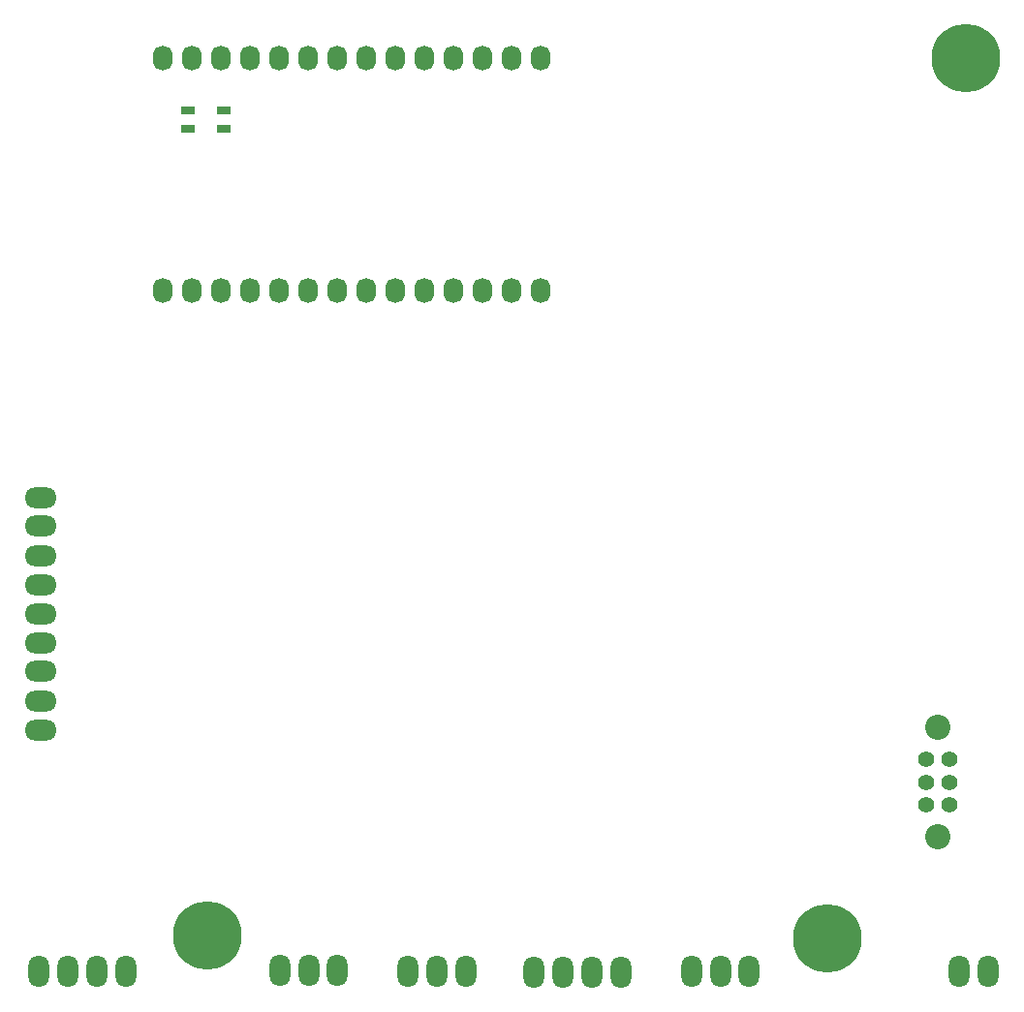
<source format=gbs>
G04*
G04 #@! TF.GenerationSoftware,Altium Limited,Altium Designer,21.0.9 (235)*
G04*
G04 Layer_Color=16711935*
%FSLAX44Y44*%
%MOMM*%
G71*
G04*
G04 #@! TF.SameCoordinates,736B1018-3895-43CE-9238-027F92C9441B*
G04*
G04*
G04 #@! TF.FilePolarity,Negative*
G04*
G01*
G75*
%ADD28R,1.1532X0.8032*%
%ADD40O,1.7032X2.2032*%
%ADD41O,2.8032X1.8032*%
%ADD42C,1.4032*%
%ADD43C,2.2032*%
%ADD44O,1.8032X2.8032*%
%ADD45C,6.0000*%
D28*
X170688Y784732D02*
D03*
Y768732D02*
D03*
X201507Y784732D02*
D03*
Y768732D02*
D03*
D40*
X148600Y830650D02*
D03*
X174000D02*
D03*
X199400D02*
D03*
X224800D02*
D03*
X250200D02*
D03*
X275600D02*
D03*
X301000D02*
D03*
X326400D02*
D03*
X351800D02*
D03*
X377200D02*
D03*
X402600D02*
D03*
X428000D02*
D03*
X453400D02*
D03*
D03*
X148600Y627150D02*
D03*
X174000D02*
D03*
X199400D02*
D03*
X224800D02*
D03*
X250200D02*
D03*
X275600D02*
D03*
X301000D02*
D03*
X326400D02*
D03*
X351800D02*
D03*
X377200D02*
D03*
X402600D02*
D03*
X428000D02*
D03*
X453400D02*
D03*
X478800D02*
D03*
Y830650D02*
D03*
D41*
X41402Y243078D02*
D03*
Y319278D02*
D03*
Y294278D02*
D03*
Y268478D02*
D03*
Y395478D02*
D03*
Y421278D02*
D03*
Y446278D02*
D03*
Y370078D02*
D03*
Y344678D02*
D03*
D42*
X835500Y177250D02*
D03*
Y197250D02*
D03*
Y217250D02*
D03*
X815500Y177250D02*
D03*
Y197250D02*
D03*
Y217250D02*
D03*
D43*
X825500Y149250D02*
D03*
Y245250D02*
D03*
D44*
X844650Y32250D02*
D03*
X869650D02*
D03*
X40352Y32000D02*
D03*
X65752D02*
D03*
X116152D02*
D03*
X91152D02*
D03*
X300777Y32500D02*
D03*
X275777D02*
D03*
X250377D02*
D03*
X413250Y32250D02*
D03*
X388250D02*
D03*
X362850D02*
D03*
X523750Y31500D02*
D03*
X548750D02*
D03*
X498350D02*
D03*
X472950D02*
D03*
X610500Y31750D02*
D03*
X635900D02*
D03*
X660900D02*
D03*
D45*
X850000Y830000D02*
D03*
X729250Y60734D02*
D03*
X187500Y62984D02*
D03*
M02*

</source>
